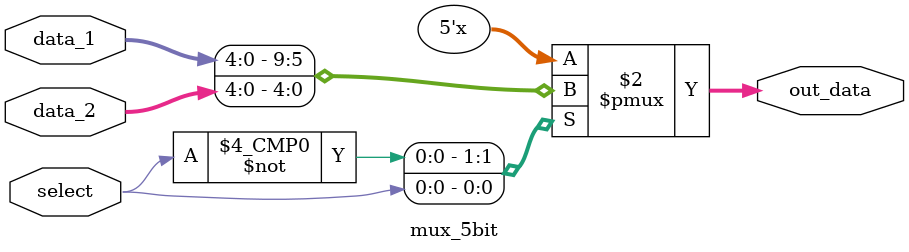
<source format=v>
module mux_32bit(input select,input[31:0] data_1,input[31:0] data_2,output reg [31:0] out_data);
always@(select,data_1,data_2) 
begin
case(select)
	1'b0:out_data=data_1;
	1'b1:out_data=data_2;
endcase
end
endmodule

module mux_5bit(input select,input[4:0] data_1,input[4:0] data_2,output reg [4:0] out_data);
always@(select,data_1,data_2) 
begin
case(select)
	1'b0:out_data=data_1;
	1'b1:out_data=data_2;
endcase
end
endmodule
</source>
